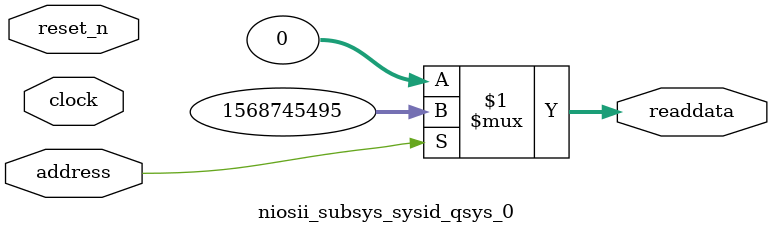
<source format=v>



// synthesis translate_off
`timescale 1ns / 1ps
// synthesis translate_on

// turn off superfluous verilog processor warnings 
// altera message_level Level1 
// altera message_off 10034 10035 10036 10037 10230 10240 10030 

module niosii_subsys_sysid_qsys_0 (
               // inputs:
                address,
                clock,
                reset_n,

               // outputs:
                readdata
             )
;

  output  [ 31: 0] readdata;
  input            address;
  input            clock;
  input            reset_n;

  wire    [ 31: 0] readdata;
  //control_slave, which is an e_avalon_slave
  assign readdata = address ? 1568745495 : 0;

endmodule



</source>
